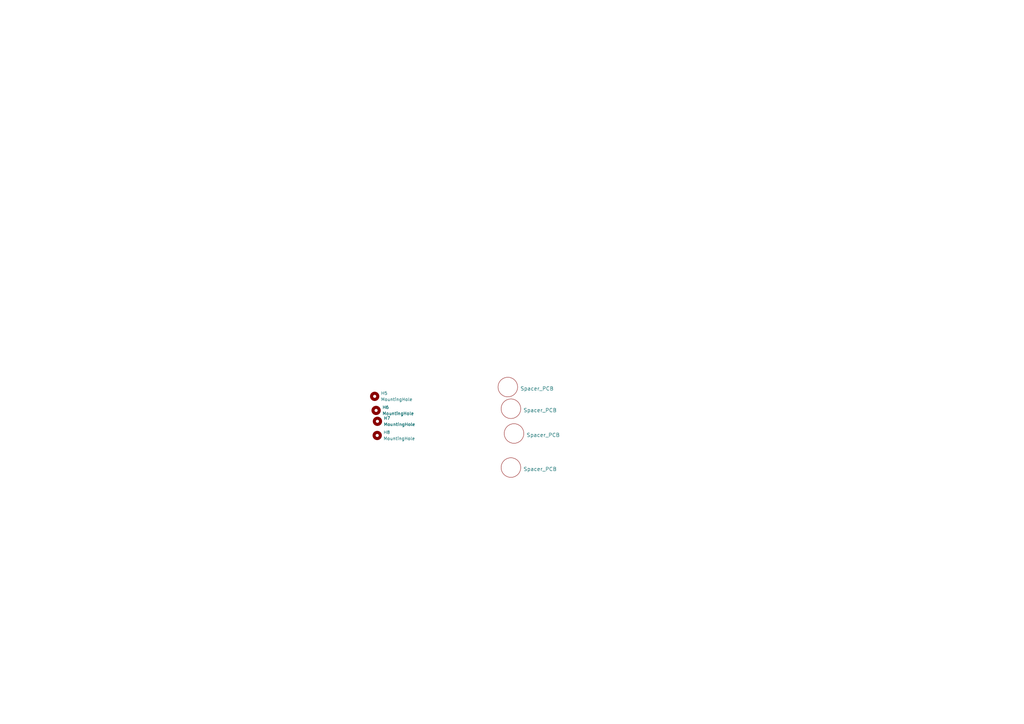
<source format=kicad_sch>
(kicad_sch (version 20211123) (generator eeschema)
  (paper "A3")
  (title_block (title "RefleXion - 65 Rear Plate") (date "2022-10-10") (rev "v1.0.0") (company "Tweety's Wild Thinking") (comment 1 "Markus Knutsson <markus.knutsson@tweety.se>") (comment 2 "Concept: Pedro Quaresma <pq@live.ie>") (comment 3 "https://github.com/TweetyDaBird") (comment 4 "Licensed under Creative Commons BY-SA 4.0 International"))
  (lib_symbols
    (symbol "Keyboard_Plate:Spacer_PCB" (pin_names (offset 1.016))
      (property "Value" "Spacer_PCB" (at 0 1.27 0))
      (symbol "Spacer_PCB_0_1"
        (circle (center 0 0) (radius 4.0132))
      )
    )
    (symbol "Mechanical:MountingHole" (pin_names (offset 1.016))
      (property "Reference" "H" (at 0 5.08 0))
      (property "Value" "MountingHole" (at 0 3.175 0))
      (symbol "MountingHole_0_1"
        (circle (center 0 0) (radius 1.27) (stroke (width 1.27)))
      )
    )
  )
  (symbol (lib_id "Mechanical:MountingHole") (at 153.67 162.56 0) (unit 1)
    (property "Reference" "H5" (at 156.21 161.2899 0) (effects (justify left)))
    (property "Value" "MountingHole" (at 156.21 163.8299 0) (effects (justify left)))
    (property "Footprint" "MountingHole:MountingHole_3.2mm_M3" (effects hide))
  )
  (symbol (lib_id "Keyboard_Plate:Spacer_PCB") (at 209.55 191.77 0) (unit 1)
    (property "Reference" "H1" (effects hide))
    (property "Value" "Spacer_PCB" (at 214.63 192.405 0) (effects (font (size 1.524 1.524)) (justify left)))
    (property "Footprint" "Keyboard_Plate:Spacer Plate hole" (effects hide))
  )
  (symbol (lib_id "Mechanical:MountingHole") (at 154.7099 178.6025 0) (unit 1)
    (property "Reference" "H8" (at 157.2499 177.3324 0) (effects (justify left)))
    (property "Value" "MountingHole" (at 157.2499 179.8724 0) (effects (justify left)))
    (property "Footprint" "MountingHole:MountingHole_3.2mm_M3" (effects hide))
  )
  (symbol (lib_id "Mechanical:MountingHole") (at 154.7991 172.7987 0) (unit 1)
    (property "Reference" "H7" (at 157.3391 171.5286 0) (effects (justify left)))
    (property "Value" "MountingHole" (at 157.3391 174.0686 0) (effects (justify left)))
    (property "Footprint" "MountingHole:MountingHole_3.2mm_M3" (effects hide))
  )
  (symbol (lib_id "Keyboard_Plate:Spacer_PCB") (at 208.28 158.75 0) (unit 1)
    (property "Reference" "H2" (effects hide))
    (property "Value" "Spacer_PCB" (at 213.36 159.385 0) (effects (font (size 1.524 1.524)) (justify left)))
    (property "Footprint" "Keyboard_Plate:Spacer Plate hole" (effects hide))
  )
  (symbol (lib_id "Keyboard_Plate:Spacer_PCB") (at 209.55 167.64 0) (unit 1)
    (property "Reference" "H3" (effects hide))
    (property "Value" "Spacer_PCB" (at 214.63 168.275 0) (effects (font (size 1.524 1.524)) (justify left)))
    (property "Footprint" "Keyboard_Plate:Spacer Plate hole" (effects hide))
  )
  (symbol (lib_id "Mechanical:MountingHole") (at 154.2634 168.3343 0) (unit 1)
    (property "Reference" "H6" (at 156.8034 167.0642 0) (effects (justify left)))
    (property "Value" "MountingHole" (at 156.8034 169.6042 0) (effects (justify left)))
    (property "Footprint" "MountingHole:MountingHole_3.2mm_M3" (effects hide))
  )
  (symbol (lib_id "Keyboard_Plate:Spacer_PCB") (at 210.82 177.8 0) (unit 1)
    (property "Reference" "H4" (effects hide))
    (property "Value" "Spacer_PCB" (at 215.9 178.435 0) (effects (font (size 1.524 1.524)) (justify left)))
    (property "Footprint" "Keyboard_Plate:Spacer Plate hole" (effects hide))
  )
)
</source>
